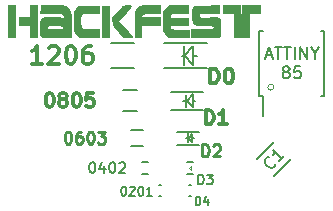
<source format=gto>
G04 #@! TF.FileFunction,Legend,Top*
%FSLAX46Y46*%
G04 Gerber Fmt 4.6, Leading zero omitted, Abs format (unit mm)*
G04 Created by KiCad (PCBNEW 4.0.7) date 08/30/18 22:11:47*
%MOMM*%
%LPD*%
G01*
G04 APERTURE LIST*
%ADD10C,0.100000*%
%ADD11C,0.150000*%
%ADD12C,0.200000*%
%ADD13C,0.250000*%
%ADD14C,0.300000*%
%ADD15C,0.010000*%
%ADD16C,0.175000*%
%ADD17C,0.312500*%
G04 APERTURE END LIST*
D10*
D11*
X202646643Y-103151214D02*
X202719215Y-103151214D01*
X202791786Y-103187500D01*
X202828072Y-103223786D01*
X202864358Y-103296357D01*
X202900643Y-103441500D01*
X202900643Y-103622929D01*
X202864358Y-103768071D01*
X202828072Y-103840643D01*
X202791786Y-103876929D01*
X202719215Y-103913214D01*
X202646643Y-103913214D01*
X202574072Y-103876929D01*
X202537786Y-103840643D01*
X202501501Y-103768071D01*
X202465215Y-103622929D01*
X202465215Y-103441500D01*
X202501501Y-103296357D01*
X202537786Y-103223786D01*
X202574072Y-103187500D01*
X202646643Y-103151214D01*
X203190929Y-103223786D02*
X203227215Y-103187500D01*
X203299786Y-103151214D01*
X203481215Y-103151214D01*
X203553786Y-103187500D01*
X203590072Y-103223786D01*
X203626357Y-103296357D01*
X203626357Y-103368929D01*
X203590072Y-103477786D01*
X203154643Y-103913214D01*
X203626357Y-103913214D01*
X204098071Y-103151214D02*
X204170643Y-103151214D01*
X204243214Y-103187500D01*
X204279500Y-103223786D01*
X204315786Y-103296357D01*
X204352071Y-103441500D01*
X204352071Y-103622929D01*
X204315786Y-103768071D01*
X204279500Y-103840643D01*
X204243214Y-103876929D01*
X204170643Y-103913214D01*
X204098071Y-103913214D01*
X204025500Y-103876929D01*
X203989214Y-103840643D01*
X203952929Y-103768071D01*
X203916643Y-103622929D01*
X203916643Y-103441500D01*
X203952929Y-103296357D01*
X203989214Y-103223786D01*
X204025500Y-103187500D01*
X204098071Y-103151214D01*
X205077785Y-103913214D02*
X204642357Y-103913214D01*
X204860071Y-103913214D02*
X204860071Y-103151214D01*
X204787500Y-103260071D01*
X204714928Y-103332643D01*
X204642357Y-103368929D01*
D12*
X199982666Y-101113167D02*
X200067333Y-101113167D01*
X200151999Y-101155500D01*
X200194333Y-101197833D01*
X200236666Y-101282500D01*
X200278999Y-101451833D01*
X200278999Y-101663500D01*
X200236666Y-101832833D01*
X200194333Y-101917500D01*
X200151999Y-101959833D01*
X200067333Y-102002167D01*
X199982666Y-102002167D01*
X199897999Y-101959833D01*
X199855666Y-101917500D01*
X199813333Y-101832833D01*
X199770999Y-101663500D01*
X199770999Y-101451833D01*
X199813333Y-101282500D01*
X199855666Y-101197833D01*
X199897999Y-101155500D01*
X199982666Y-101113167D01*
X201041000Y-101409500D02*
X201041000Y-102002167D01*
X200829333Y-101070833D02*
X200617666Y-101705833D01*
X201168000Y-101705833D01*
X201676000Y-101113167D02*
X201760667Y-101113167D01*
X201845333Y-101155500D01*
X201887667Y-101197833D01*
X201930000Y-101282500D01*
X201972333Y-101451833D01*
X201972333Y-101663500D01*
X201930000Y-101832833D01*
X201887667Y-101917500D01*
X201845333Y-101959833D01*
X201760667Y-102002167D01*
X201676000Y-102002167D01*
X201591333Y-101959833D01*
X201549000Y-101917500D01*
X201506667Y-101832833D01*
X201464333Y-101663500D01*
X201464333Y-101451833D01*
X201506667Y-101282500D01*
X201549000Y-101197833D01*
X201591333Y-101155500D01*
X201676000Y-101113167D01*
X202311000Y-101197833D02*
X202353334Y-101155500D01*
X202438000Y-101113167D01*
X202649667Y-101113167D01*
X202734334Y-101155500D01*
X202776667Y-101197833D01*
X202819000Y-101282500D01*
X202819000Y-101367167D01*
X202776667Y-101494167D01*
X202268667Y-102002167D01*
X202819000Y-102002167D01*
D13*
X197913809Y-98512381D02*
X198009048Y-98512381D01*
X198104286Y-98560000D01*
X198151905Y-98607619D01*
X198199524Y-98702857D01*
X198247143Y-98893333D01*
X198247143Y-99131429D01*
X198199524Y-99321905D01*
X198151905Y-99417143D01*
X198104286Y-99464762D01*
X198009048Y-99512381D01*
X197913809Y-99512381D01*
X197818571Y-99464762D01*
X197770952Y-99417143D01*
X197723333Y-99321905D01*
X197675714Y-99131429D01*
X197675714Y-98893333D01*
X197723333Y-98702857D01*
X197770952Y-98607619D01*
X197818571Y-98560000D01*
X197913809Y-98512381D01*
X199104286Y-98512381D02*
X198913809Y-98512381D01*
X198818571Y-98560000D01*
X198770952Y-98607619D01*
X198675714Y-98750476D01*
X198628095Y-98940952D01*
X198628095Y-99321905D01*
X198675714Y-99417143D01*
X198723333Y-99464762D01*
X198818571Y-99512381D01*
X199009048Y-99512381D01*
X199104286Y-99464762D01*
X199151905Y-99417143D01*
X199199524Y-99321905D01*
X199199524Y-99083810D01*
X199151905Y-98988571D01*
X199104286Y-98940952D01*
X199009048Y-98893333D01*
X198818571Y-98893333D01*
X198723333Y-98940952D01*
X198675714Y-98988571D01*
X198628095Y-99083810D01*
X199818571Y-98512381D02*
X199913810Y-98512381D01*
X200009048Y-98560000D01*
X200056667Y-98607619D01*
X200104286Y-98702857D01*
X200151905Y-98893333D01*
X200151905Y-99131429D01*
X200104286Y-99321905D01*
X200056667Y-99417143D01*
X200009048Y-99464762D01*
X199913810Y-99512381D01*
X199818571Y-99512381D01*
X199723333Y-99464762D01*
X199675714Y-99417143D01*
X199628095Y-99321905D01*
X199580476Y-99131429D01*
X199580476Y-98893333D01*
X199628095Y-98702857D01*
X199675714Y-98607619D01*
X199723333Y-98560000D01*
X199818571Y-98512381D01*
X200485238Y-98512381D02*
X201104286Y-98512381D01*
X200770952Y-98893333D01*
X200913810Y-98893333D01*
X201009048Y-98940952D01*
X201056667Y-98988571D01*
X201104286Y-99083810D01*
X201104286Y-99321905D01*
X201056667Y-99417143D01*
X201009048Y-99464762D01*
X200913810Y-99512381D01*
X200628095Y-99512381D01*
X200532857Y-99464762D01*
X200485238Y-99417143D01*
D14*
X196348572Y-95227857D02*
X196462857Y-95227857D01*
X196577143Y-95285000D01*
X196634286Y-95342143D01*
X196691429Y-95456429D01*
X196748572Y-95685000D01*
X196748572Y-95970714D01*
X196691429Y-96199286D01*
X196634286Y-96313571D01*
X196577143Y-96370714D01*
X196462857Y-96427857D01*
X196348572Y-96427857D01*
X196234286Y-96370714D01*
X196177143Y-96313571D01*
X196120000Y-96199286D01*
X196062857Y-95970714D01*
X196062857Y-95685000D01*
X196120000Y-95456429D01*
X196177143Y-95342143D01*
X196234286Y-95285000D01*
X196348572Y-95227857D01*
X197434286Y-95742143D02*
X197320000Y-95685000D01*
X197262857Y-95627857D01*
X197205714Y-95513571D01*
X197205714Y-95456429D01*
X197262857Y-95342143D01*
X197320000Y-95285000D01*
X197434286Y-95227857D01*
X197662857Y-95227857D01*
X197777143Y-95285000D01*
X197834286Y-95342143D01*
X197891429Y-95456429D01*
X197891429Y-95513571D01*
X197834286Y-95627857D01*
X197777143Y-95685000D01*
X197662857Y-95742143D01*
X197434286Y-95742143D01*
X197320000Y-95799286D01*
X197262857Y-95856429D01*
X197205714Y-95970714D01*
X197205714Y-96199286D01*
X197262857Y-96313571D01*
X197320000Y-96370714D01*
X197434286Y-96427857D01*
X197662857Y-96427857D01*
X197777143Y-96370714D01*
X197834286Y-96313571D01*
X197891429Y-96199286D01*
X197891429Y-95970714D01*
X197834286Y-95856429D01*
X197777143Y-95799286D01*
X197662857Y-95742143D01*
X198634286Y-95227857D02*
X198748571Y-95227857D01*
X198862857Y-95285000D01*
X198920000Y-95342143D01*
X198977143Y-95456429D01*
X199034286Y-95685000D01*
X199034286Y-95970714D01*
X198977143Y-96199286D01*
X198920000Y-96313571D01*
X198862857Y-96370714D01*
X198748571Y-96427857D01*
X198634286Y-96427857D01*
X198520000Y-96370714D01*
X198462857Y-96313571D01*
X198405714Y-96199286D01*
X198348571Y-95970714D01*
X198348571Y-95685000D01*
X198405714Y-95456429D01*
X198462857Y-95342143D01*
X198520000Y-95285000D01*
X198634286Y-95227857D01*
X200120000Y-95227857D02*
X199548571Y-95227857D01*
X199491428Y-95799286D01*
X199548571Y-95742143D01*
X199662857Y-95685000D01*
X199948571Y-95685000D01*
X200062857Y-95742143D01*
X200120000Y-95799286D01*
X200177143Y-95913571D01*
X200177143Y-96199286D01*
X200120000Y-96313571D01*
X200062857Y-96370714D01*
X199948571Y-96427857D01*
X199662857Y-96427857D01*
X199548571Y-96370714D01*
X199491428Y-96313571D01*
X195770715Y-92753571D02*
X194913572Y-92753571D01*
X195342144Y-92753571D02*
X195342144Y-91253571D01*
X195199287Y-91467857D01*
X195056429Y-91610714D01*
X194913572Y-91682143D01*
X196342143Y-91396429D02*
X196413572Y-91325000D01*
X196556429Y-91253571D01*
X196913572Y-91253571D01*
X197056429Y-91325000D01*
X197127858Y-91396429D01*
X197199286Y-91539286D01*
X197199286Y-91682143D01*
X197127858Y-91896429D01*
X196270715Y-92753571D01*
X197199286Y-92753571D01*
X198127857Y-91253571D02*
X198270714Y-91253571D01*
X198413571Y-91325000D01*
X198485000Y-91396429D01*
X198556429Y-91539286D01*
X198627857Y-91825000D01*
X198627857Y-92182143D01*
X198556429Y-92467857D01*
X198485000Y-92610714D01*
X198413571Y-92682143D01*
X198270714Y-92753571D01*
X198127857Y-92753571D01*
X197985000Y-92682143D01*
X197913571Y-92610714D01*
X197842143Y-92467857D01*
X197770714Y-92182143D01*
X197770714Y-91825000D01*
X197842143Y-91539286D01*
X197913571Y-91396429D01*
X197985000Y-91325000D01*
X198127857Y-91253571D01*
X199913571Y-91253571D02*
X199627857Y-91253571D01*
X199485000Y-91325000D01*
X199413571Y-91396429D01*
X199270714Y-91610714D01*
X199199285Y-91896429D01*
X199199285Y-92467857D01*
X199270714Y-92610714D01*
X199342142Y-92682143D01*
X199485000Y-92753571D01*
X199770714Y-92753571D01*
X199913571Y-92682143D01*
X199985000Y-92610714D01*
X200056428Y-92467857D01*
X200056428Y-92110714D01*
X199985000Y-91967857D01*
X199913571Y-91896429D01*
X199770714Y-91825000D01*
X199485000Y-91825000D01*
X199342142Y-91896429D01*
X199270714Y-91967857D01*
X199199285Y-92110714D01*
D11*
X214725524Y-92051667D02*
X215201715Y-92051667D01*
X214630286Y-92337381D02*
X214963619Y-91337381D01*
X215296953Y-92337381D01*
X215487429Y-91337381D02*
X216058858Y-91337381D01*
X215773143Y-92337381D02*
X215773143Y-91337381D01*
X216249334Y-91337381D02*
X216820763Y-91337381D01*
X216535048Y-92337381D02*
X216535048Y-91337381D01*
X217154096Y-92337381D02*
X217154096Y-91337381D01*
X217630286Y-92337381D02*
X217630286Y-91337381D01*
X218201715Y-92337381D01*
X218201715Y-91337381D01*
X218868381Y-91861190D02*
X218868381Y-92337381D01*
X218535048Y-91337381D02*
X218868381Y-91861190D01*
X219201715Y-91337381D01*
X216344571Y-93415952D02*
X216249333Y-93368333D01*
X216201714Y-93320714D01*
X216154095Y-93225476D01*
X216154095Y-93177857D01*
X216201714Y-93082619D01*
X216249333Y-93035000D01*
X216344571Y-92987381D01*
X216535048Y-92987381D01*
X216630286Y-93035000D01*
X216677905Y-93082619D01*
X216725524Y-93177857D01*
X216725524Y-93225476D01*
X216677905Y-93320714D01*
X216630286Y-93368333D01*
X216535048Y-93415952D01*
X216344571Y-93415952D01*
X216249333Y-93463571D01*
X216201714Y-93511190D01*
X216154095Y-93606429D01*
X216154095Y-93796905D01*
X216201714Y-93892143D01*
X216249333Y-93939762D01*
X216344571Y-93987381D01*
X216535048Y-93987381D01*
X216630286Y-93939762D01*
X216677905Y-93892143D01*
X216725524Y-93796905D01*
X216725524Y-93606429D01*
X216677905Y-93511190D01*
X216630286Y-93463571D01*
X216535048Y-93415952D01*
X217630286Y-92987381D02*
X217154095Y-92987381D01*
X217106476Y-93463571D01*
X217154095Y-93415952D01*
X217249333Y-93368333D01*
X217487429Y-93368333D01*
X217582667Y-93415952D01*
X217630286Y-93463571D01*
X217677905Y-93558810D01*
X217677905Y-93796905D01*
X217630286Y-93892143D01*
X217582667Y-93939762D01*
X217487429Y-93987381D01*
X217249333Y-93987381D01*
X217154095Y-93939762D01*
X217106476Y-93892143D01*
X208395000Y-103065000D02*
X208165000Y-103065000D01*
X208165000Y-103945000D02*
X208395000Y-103945000D01*
D10*
X208380000Y-101750000D02*
X208380000Y-101450000D01*
X208180000Y-101600000D02*
X208380000Y-101750000D01*
X208180000Y-101600000D02*
X208380000Y-101450000D01*
D11*
X208530000Y-101075000D02*
X208030000Y-101075000D01*
X208030000Y-102125000D02*
X208530000Y-102125000D01*
X215409678Y-102269891D02*
X216823891Y-100855678D01*
X215374322Y-99406109D02*
X213960109Y-100820322D01*
X207780000Y-92775000D02*
X207780000Y-92875000D01*
X207780000Y-91375000D02*
X207780000Y-91275000D01*
X208580000Y-92075000D02*
X208880000Y-92075000D01*
X208580000Y-92875000D02*
X208580000Y-91375000D01*
X208580000Y-91375000D02*
X208580000Y-91275000D01*
X208480000Y-92775000D02*
X208580000Y-92875000D01*
X208480000Y-91375000D02*
X208580000Y-91275000D01*
X207580000Y-92075000D02*
X207780000Y-92075000D01*
X207780000Y-92575000D02*
X207780000Y-92775000D01*
X207780000Y-91575000D02*
X207780000Y-91375000D01*
X207880000Y-92075000D02*
X208480000Y-92775000D01*
X208480000Y-91375000D02*
X207880000Y-91975000D01*
X206130000Y-93125000D02*
X209730000Y-93125000D01*
X206130000Y-91025000D02*
X209730000Y-91025000D01*
X207780000Y-91575000D02*
X207780000Y-92575000D01*
X208580000Y-95885000D02*
X208730000Y-95885000D01*
X207730000Y-95885000D02*
X208080000Y-95885000D01*
X208030000Y-95885000D02*
X208580000Y-95335000D01*
X208580000Y-95335000D02*
X208580000Y-96435000D01*
X208580000Y-96435000D02*
X208030000Y-95885000D01*
X207930000Y-95535000D02*
X207930000Y-95385000D01*
X207930000Y-96235000D02*
X207930000Y-96385000D01*
X206680000Y-96635000D02*
X209380000Y-96635000D01*
X206680000Y-95135000D02*
X209380000Y-95135000D01*
X207930000Y-95535000D02*
X207930000Y-96235000D01*
X208480000Y-99060000D02*
X208630000Y-99060000D01*
X207930000Y-99060000D02*
X208130000Y-99060000D01*
X208180000Y-99060000D02*
X208480000Y-98710000D01*
X208480000Y-98710000D02*
X208480000Y-99410000D01*
X208480000Y-99410000D02*
X208080000Y-99060000D01*
X208080000Y-99060000D02*
X208130000Y-99060000D01*
X208080000Y-98660000D02*
X208080000Y-99410000D01*
X207180000Y-99610000D02*
X209080000Y-99610000D01*
X207180000Y-98510000D02*
X209080000Y-98510000D01*
D10*
X215392000Y-94742000D02*
G75*
G03X215392000Y-94742000I-254000J0D01*
G01*
D11*
X214161000Y-95460000D02*
X214461000Y-95460000D01*
X214161000Y-89960000D02*
X214461000Y-89960000D01*
X219671000Y-89960000D02*
X219371000Y-89960000D01*
X219671000Y-95460000D02*
X219371000Y-95460000D01*
X214161000Y-95460000D02*
X214161000Y-89960000D01*
X219671000Y-95460000D02*
X219671000Y-89960000D01*
X214461000Y-95460000D02*
X214461000Y-97210000D01*
X201565000Y-91000000D02*
X203565000Y-91000000D01*
X203565000Y-93150000D02*
X201565000Y-93150000D01*
X202600000Y-95010000D02*
X203800000Y-95010000D01*
X203800000Y-96760000D02*
X202600000Y-96760000D01*
X203335000Y-98385000D02*
X204335000Y-98385000D01*
X204335000Y-99735000D02*
X203335000Y-99735000D01*
X204220000Y-102125000D02*
X204720000Y-102125000D01*
X204720000Y-101075000D02*
X204220000Y-101075000D01*
X205625000Y-103945000D02*
X205855000Y-103945000D01*
X205855000Y-103065000D02*
X205625000Y-103065000D01*
D15*
G36*
X193443831Y-89164583D02*
X193451721Y-90508667D01*
X192882278Y-90508667D01*
X192890168Y-89164583D01*
X192898058Y-87820500D01*
X193435941Y-87820500D01*
X193443831Y-89164583D01*
X193443831Y-89164583D01*
G37*
X193443831Y-89164583D02*
X193451721Y-90508667D01*
X192882278Y-90508667D01*
X192890168Y-89164583D01*
X192898058Y-87820500D01*
X193435941Y-87820500D01*
X193443831Y-89164583D01*
G36*
X195326419Y-89164583D02*
X195334310Y-90508667D01*
X194765706Y-90508667D01*
X194765706Y-89492667D01*
X193779588Y-89492667D01*
X193779588Y-88815333D01*
X194763809Y-88815333D01*
X194772228Y-88317917D01*
X194780647Y-87820500D01*
X195318529Y-87820500D01*
X195326419Y-89164583D01*
X195326419Y-89164583D01*
G37*
X195326419Y-89164583D02*
X195334310Y-90508667D01*
X194765706Y-90508667D01*
X194765706Y-89492667D01*
X193779588Y-89492667D01*
X193779588Y-88815333D01*
X194763809Y-88815333D01*
X194772228Y-88317917D01*
X194780647Y-87820500D01*
X195318529Y-87820500D01*
X195326419Y-89164583D01*
G36*
X197278030Y-87803481D02*
X197437939Y-87809445D01*
X197563522Y-87820882D01*
X197661136Y-87838863D01*
X197737140Y-87864459D01*
X197797893Y-87898742D01*
X197849752Y-87942785D01*
X197899075Y-87997658D01*
X197937090Y-88045116D01*
X198015424Y-88148321D01*
X198076505Y-88242720D01*
X198122482Y-88340511D01*
X198155507Y-88453895D01*
X198177728Y-88595072D01*
X198191295Y-88776241D01*
X198198360Y-89009602D01*
X198201071Y-89307354D01*
X198201520Y-89545583D01*
X198202176Y-90508667D01*
X197918294Y-90508667D01*
X197786491Y-90507482D01*
X197703323Y-90501636D01*
X197657670Y-90487691D01*
X197638407Y-90462209D01*
X197634412Y-90421753D01*
X197634411Y-90420927D01*
X197634411Y-90333188D01*
X197555676Y-90420927D01*
X197530264Y-90446523D01*
X197500598Y-90466594D01*
X197459587Y-90481809D01*
X197400136Y-90492839D01*
X197315153Y-90500353D01*
X197197545Y-90505023D01*
X197040220Y-90507518D01*
X196836084Y-90508508D01*
X196627024Y-90508667D01*
X195777108Y-90508667D01*
X195689760Y-90384923D01*
X195602411Y-90261179D01*
X195602852Y-89718173D01*
X195603242Y-89677724D01*
X196170176Y-89677724D01*
X196175298Y-89727513D01*
X196195383Y-89765337D01*
X196237506Y-89792802D01*
X196308743Y-89811516D01*
X196416172Y-89823086D01*
X196566868Y-89829120D01*
X196767908Y-89831226D01*
X196846371Y-89831333D01*
X197055980Y-89830490D01*
X197213849Y-89827402D01*
X197327996Y-89821227D01*
X197406440Y-89811126D01*
X197457196Y-89796258D01*
X197488282Y-89775784D01*
X197499140Y-89762919D01*
X197532975Y-89690125D01*
X197536268Y-89646503D01*
X197514260Y-89595689D01*
X197470325Y-89557000D01*
X197397566Y-89528958D01*
X197289088Y-89510082D01*
X197137994Y-89498893D01*
X196937388Y-89493911D01*
X196822252Y-89493291D01*
X196620491Y-89494084D01*
X196470227Y-89497580D01*
X196363206Y-89504676D01*
X196291175Y-89516272D01*
X196245878Y-89533266D01*
X196219062Y-89556558D01*
X196217134Y-89559190D01*
X196179147Y-89634532D01*
X196170176Y-89677724D01*
X195603242Y-89677724D01*
X195605423Y-89452190D01*
X195614700Y-89256420D01*
X195633773Y-89116562D01*
X195665730Y-89018320D01*
X195713661Y-88947392D01*
X195780656Y-88889480D01*
X195782121Y-88888421D01*
X195819231Y-88865484D01*
X195863996Y-88847959D01*
X195924074Y-88835297D01*
X196007122Y-88826950D01*
X196120796Y-88822369D01*
X196272753Y-88821005D01*
X196470651Y-88822309D01*
X196668272Y-88824921D01*
X196904967Y-88828668D01*
X197089468Y-88832675D01*
X197229343Y-88837878D01*
X197332159Y-88845214D01*
X197405486Y-88855618D01*
X197456891Y-88870027D01*
X197493943Y-88889375D01*
X197524210Y-88914600D01*
X197542331Y-88933017D01*
X197634411Y-89029535D01*
X197634411Y-88866313D01*
X197617962Y-88719093D01*
X197560697Y-88604982D01*
X197557341Y-88600462D01*
X197480270Y-88497833D01*
X195629824Y-88473187D01*
X195638529Y-88146843D01*
X195647235Y-87820500D01*
X196528764Y-87807698D01*
X196829801Y-87803679D01*
X197077437Y-87801916D01*
X197278030Y-87803481D01*
X197278030Y-87803481D01*
G37*
X197278030Y-87803481D02*
X197437939Y-87809445D01*
X197563522Y-87820882D01*
X197661136Y-87838863D01*
X197737140Y-87864459D01*
X197797893Y-87898742D01*
X197849752Y-87942785D01*
X197899075Y-87997658D01*
X197937090Y-88045116D01*
X198015424Y-88148321D01*
X198076505Y-88242720D01*
X198122482Y-88340511D01*
X198155507Y-88453895D01*
X198177728Y-88595072D01*
X198191295Y-88776241D01*
X198198360Y-89009602D01*
X198201071Y-89307354D01*
X198201520Y-89545583D01*
X198202176Y-90508667D01*
X197918294Y-90508667D01*
X197786491Y-90507482D01*
X197703323Y-90501636D01*
X197657670Y-90487691D01*
X197638407Y-90462209D01*
X197634412Y-90421753D01*
X197634411Y-90420927D01*
X197634411Y-90333188D01*
X197555676Y-90420927D01*
X197530264Y-90446523D01*
X197500598Y-90466594D01*
X197459587Y-90481809D01*
X197400136Y-90492839D01*
X197315153Y-90500353D01*
X197197545Y-90505023D01*
X197040220Y-90507518D01*
X196836084Y-90508508D01*
X196627024Y-90508667D01*
X195777108Y-90508667D01*
X195689760Y-90384923D01*
X195602411Y-90261179D01*
X195602852Y-89718173D01*
X195603242Y-89677724D01*
X196170176Y-89677724D01*
X196175298Y-89727513D01*
X196195383Y-89765337D01*
X196237506Y-89792802D01*
X196308743Y-89811516D01*
X196416172Y-89823086D01*
X196566868Y-89829120D01*
X196767908Y-89831226D01*
X196846371Y-89831333D01*
X197055980Y-89830490D01*
X197213849Y-89827402D01*
X197327996Y-89821227D01*
X197406440Y-89811126D01*
X197457196Y-89796258D01*
X197488282Y-89775784D01*
X197499140Y-89762919D01*
X197532975Y-89690125D01*
X197536268Y-89646503D01*
X197514260Y-89595689D01*
X197470325Y-89557000D01*
X197397566Y-89528958D01*
X197289088Y-89510082D01*
X197137994Y-89498893D01*
X196937388Y-89493911D01*
X196822252Y-89493291D01*
X196620491Y-89494084D01*
X196470227Y-89497580D01*
X196363206Y-89504676D01*
X196291175Y-89516272D01*
X196245878Y-89533266D01*
X196219062Y-89556558D01*
X196217134Y-89559190D01*
X196179147Y-89634532D01*
X196170176Y-89677724D01*
X195603242Y-89677724D01*
X195605423Y-89452190D01*
X195614700Y-89256420D01*
X195633773Y-89116562D01*
X195665730Y-89018320D01*
X195713661Y-88947392D01*
X195780656Y-88889480D01*
X195782121Y-88888421D01*
X195819231Y-88865484D01*
X195863996Y-88847959D01*
X195924074Y-88835297D01*
X196007122Y-88826950D01*
X196120796Y-88822369D01*
X196272753Y-88821005D01*
X196470651Y-88822309D01*
X196668272Y-88824921D01*
X196904967Y-88828668D01*
X197089468Y-88832675D01*
X197229343Y-88837878D01*
X197332159Y-88845214D01*
X197405486Y-88855618D01*
X197456891Y-88870027D01*
X197493943Y-88889375D01*
X197524210Y-88914600D01*
X197542331Y-88933017D01*
X197634411Y-89029535D01*
X197634411Y-88866313D01*
X197617962Y-88719093D01*
X197560697Y-88604982D01*
X197557341Y-88600462D01*
X197480270Y-88497833D01*
X195629824Y-88473187D01*
X195638529Y-88146843D01*
X195647235Y-87820500D01*
X196528764Y-87807698D01*
X196829801Y-87803679D01*
X197077437Y-87801916D01*
X197278030Y-87803481D01*
G36*
X200586629Y-88146768D02*
X200577823Y-88455500D01*
X199885676Y-88466854D01*
X199193529Y-88478209D01*
X199098592Y-88631390D01*
X199003654Y-88784570D01*
X199013798Y-89205849D01*
X199019417Y-89399872D01*
X199027390Y-89528787D01*
X199041227Y-89612139D01*
X199064437Y-89669471D01*
X199100529Y-89720328D01*
X199107784Y-89729231D01*
X199135676Y-89761581D01*
X199164674Y-89786256D01*
X199202765Y-89804294D01*
X199257933Y-89816736D01*
X199338164Y-89824620D01*
X199451444Y-89828987D01*
X199605758Y-89830875D01*
X199809092Y-89831324D01*
X199892195Y-89831333D01*
X200592764Y-89831333D01*
X200592764Y-90508667D01*
X199793411Y-90505028D01*
X199576989Y-90502877D01*
X199377141Y-90498681D01*
X199202601Y-90492801D01*
X199062099Y-90485593D01*
X198964366Y-90477418D01*
X198919159Y-90469113D01*
X198745470Y-90361154D01*
X198613432Y-90200744D01*
X198559061Y-90095877D01*
X198471117Y-89899424D01*
X198471117Y-89151972D01*
X198472147Y-88856219D01*
X198477317Y-88630606D01*
X198489752Y-88460620D01*
X198512575Y-88331748D01*
X198548909Y-88229475D01*
X198601877Y-88139288D01*
X198674604Y-88046673D01*
X198720366Y-87993763D01*
X198835144Y-87862833D01*
X200595434Y-87838037D01*
X200586629Y-88146768D01*
X200586629Y-88146768D01*
G37*
X200586629Y-88146768D02*
X200577823Y-88455500D01*
X199885676Y-88466854D01*
X199193529Y-88478209D01*
X199098592Y-88631390D01*
X199003654Y-88784570D01*
X199013798Y-89205849D01*
X199019417Y-89399872D01*
X199027390Y-89528787D01*
X199041227Y-89612139D01*
X199064437Y-89669471D01*
X199100529Y-89720328D01*
X199107784Y-89729231D01*
X199135676Y-89761581D01*
X199164674Y-89786256D01*
X199202765Y-89804294D01*
X199257933Y-89816736D01*
X199338164Y-89824620D01*
X199451444Y-89828987D01*
X199605758Y-89830875D01*
X199809092Y-89831324D01*
X199892195Y-89831333D01*
X200592764Y-89831333D01*
X200592764Y-90508667D01*
X199793411Y-90505028D01*
X199576989Y-90502877D01*
X199377141Y-90498681D01*
X199202601Y-90492801D01*
X199062099Y-90485593D01*
X198964366Y-90477418D01*
X198919159Y-90469113D01*
X198745470Y-90361154D01*
X198613432Y-90200744D01*
X198559061Y-90095877D01*
X198471117Y-89899424D01*
X198471117Y-89151972D01*
X198472147Y-88856219D01*
X198477317Y-88630606D01*
X198489752Y-88460620D01*
X198512575Y-88331748D01*
X198548909Y-88229475D01*
X198601877Y-88139288D01*
X198674604Y-88046673D01*
X198720366Y-87993763D01*
X198835144Y-87862833D01*
X200595434Y-87838037D01*
X200586629Y-88146768D01*
G36*
X201399588Y-90508667D02*
X200861706Y-90508667D01*
X200861706Y-87841667D01*
X201399588Y-87841667D01*
X201399588Y-90508667D01*
X201399588Y-90508667D01*
G37*
X201399588Y-90508667D02*
X200861706Y-90508667D01*
X200861706Y-87841667D01*
X201399588Y-87841667D01*
X201399588Y-90508667D01*
G36*
X203210771Y-87811295D02*
X203270161Y-87825739D01*
X203282176Y-87839439D01*
X203260168Y-87876877D01*
X203198453Y-87959944D01*
X203103497Y-88080513D01*
X202981766Y-88230453D01*
X202839725Y-88401637D01*
X202754618Y-88502690D01*
X202227060Y-89125835D01*
X202316770Y-89235168D01*
X202370750Y-89298768D01*
X202461283Y-89403069D01*
X202578040Y-89536268D01*
X202710691Y-89686559D01*
X202792034Y-89778252D01*
X202932337Y-89936850D01*
X203065766Y-90089044D01*
X203181023Y-90221850D01*
X203266810Y-90322283D01*
X203297117Y-90358746D01*
X203416647Y-90505488D01*
X203012675Y-90507077D01*
X202608704Y-90508667D01*
X202395788Y-90244083D01*
X202266839Y-90087140D01*
X202118844Y-89911956D01*
X201980102Y-89751953D01*
X201956654Y-89725500D01*
X201730436Y-89471500D01*
X201728294Y-88832206D01*
X202145527Y-88347519D01*
X202296590Y-88173187D01*
X202410812Y-88045558D01*
X202497040Y-87956754D01*
X202564120Y-87898897D01*
X202620900Y-87864108D01*
X202676225Y-87844509D01*
X202720762Y-87835270D01*
X202855287Y-87816821D01*
X202990412Y-87806740D01*
X203113214Y-87804930D01*
X203210771Y-87811295D01*
X203210771Y-87811295D01*
G37*
X203210771Y-87811295D02*
X203270161Y-87825739D01*
X203282176Y-87839439D01*
X203260168Y-87876877D01*
X203198453Y-87959944D01*
X203103497Y-88080513D01*
X202981766Y-88230453D01*
X202839725Y-88401637D01*
X202754618Y-88502690D01*
X202227060Y-89125835D01*
X202316770Y-89235168D01*
X202370750Y-89298768D01*
X202461283Y-89403069D01*
X202578040Y-89536268D01*
X202710691Y-89686559D01*
X202792034Y-89778252D01*
X202932337Y-89936850D01*
X203065766Y-90089044D01*
X203181023Y-90221850D01*
X203266810Y-90322283D01*
X203297117Y-90358746D01*
X203416647Y-90505488D01*
X203012675Y-90507077D01*
X202608704Y-90508667D01*
X202395788Y-90244083D01*
X202266839Y-90087140D01*
X202118844Y-89911956D01*
X201980102Y-89751953D01*
X201956654Y-89725500D01*
X201730436Y-89471500D01*
X201728294Y-88832206D01*
X202145527Y-88347519D01*
X202296590Y-88173187D01*
X202410812Y-88045558D01*
X202497040Y-87956754D01*
X202564120Y-87898897D01*
X202620900Y-87864108D01*
X202676225Y-87844509D01*
X202720762Y-87835270D01*
X202855287Y-87816821D01*
X202990412Y-87806740D01*
X203113214Y-87804930D01*
X203210771Y-87811295D01*
G36*
X204899450Y-87807759D02*
X205000411Y-87809133D01*
X205747470Y-87820500D01*
X205756198Y-88148583D01*
X205764925Y-88476667D01*
X205038200Y-88476667D01*
X204788411Y-88477726D01*
X204592026Y-88482058D01*
X204442694Y-88491397D01*
X204334065Y-88507475D01*
X204259788Y-88532025D01*
X204213511Y-88566779D01*
X204188885Y-88613470D01*
X204179558Y-88673831D01*
X204178647Y-88711186D01*
X204178647Y-88813904D01*
X204948117Y-88825202D01*
X205717588Y-88836500D01*
X205726315Y-89164583D01*
X205735043Y-89492667D01*
X204178647Y-89492667D01*
X204178647Y-90508667D01*
X203610882Y-90508667D01*
X203611538Y-89503250D01*
X203612669Y-89145564D01*
X203616678Y-88861292D01*
X203625273Y-88639199D01*
X203640159Y-88468048D01*
X203663043Y-88336603D01*
X203695631Y-88233628D01*
X203739631Y-88147887D01*
X203796747Y-88068144D01*
X203836805Y-88019924D01*
X203897722Y-87956427D01*
X203964527Y-87906150D01*
X204044550Y-87867766D01*
X204145120Y-87839946D01*
X204273565Y-87821363D01*
X204437216Y-87810689D01*
X204643401Y-87806597D01*
X204899450Y-87807759D01*
X204899450Y-87807759D01*
G37*
X204899450Y-87807759D02*
X205000411Y-87809133D01*
X205747470Y-87820500D01*
X205756198Y-88148583D01*
X205764925Y-88476667D01*
X205038200Y-88476667D01*
X204788411Y-88477726D01*
X204592026Y-88482058D01*
X204442694Y-88491397D01*
X204334065Y-88507475D01*
X204259788Y-88532025D01*
X204213511Y-88566779D01*
X204188885Y-88613470D01*
X204179558Y-88673831D01*
X204178647Y-88711186D01*
X204178647Y-88813904D01*
X204948117Y-88825202D01*
X205717588Y-88836500D01*
X205726315Y-89164583D01*
X205735043Y-89492667D01*
X204178647Y-89492667D01*
X204178647Y-90508667D01*
X203610882Y-90508667D01*
X203611538Y-89503250D01*
X203612669Y-89145564D01*
X203616678Y-88861292D01*
X203625273Y-88639199D01*
X203640159Y-88468048D01*
X203663043Y-88336603D01*
X203695631Y-88233628D01*
X203739631Y-88147887D01*
X203796747Y-88068144D01*
X203836805Y-88019924D01*
X203897722Y-87956427D01*
X203964527Y-87906150D01*
X204044550Y-87867766D01*
X204145120Y-87839946D01*
X204273565Y-87821363D01*
X204437216Y-87810689D01*
X204643401Y-87806597D01*
X204899450Y-87807759D01*
G36*
X208123117Y-88423750D02*
X208029735Y-88450208D01*
X207972328Y-88458152D01*
X207865632Y-88465141D01*
X207720119Y-88470796D01*
X207546262Y-88474735D01*
X207354536Y-88476578D01*
X207302249Y-88476667D01*
X207090119Y-88477228D01*
X206929714Y-88479519D01*
X206812993Y-88484451D01*
X206731919Y-88492933D01*
X206678454Y-88505877D01*
X206644558Y-88524192D01*
X206622194Y-88548789D01*
X206618690Y-88554083D01*
X206580291Y-88656217D01*
X206569235Y-88744583D01*
X206569235Y-88857667D01*
X208123117Y-88857667D01*
X208123117Y-89437655D01*
X207849585Y-89465161D01*
X207721819Y-89474789D01*
X207552536Y-89482947D01*
X207359981Y-89488987D01*
X207162399Y-89492264D01*
X207072644Y-89492667D01*
X206888690Y-89492944D01*
X206756102Y-89494839D01*
X206666480Y-89499940D01*
X206611425Y-89509839D01*
X206582539Y-89526127D01*
X206571423Y-89550393D01*
X206569676Y-89584229D01*
X206569692Y-89587917D01*
X206573998Y-89669532D01*
X206590198Y-89734036D01*
X206624526Y-89783418D01*
X206683219Y-89819668D01*
X206772510Y-89844776D01*
X206898634Y-89860731D01*
X207067826Y-89869524D01*
X207286320Y-89873144D01*
X207465050Y-89873667D01*
X208185500Y-89873667D01*
X208176721Y-90180583D01*
X208167941Y-90487500D01*
X207329326Y-90498729D01*
X207083268Y-90501823D01*
X206889432Y-90503308D01*
X206740277Y-90502524D01*
X206628265Y-90498808D01*
X206545857Y-90491501D01*
X206485513Y-90479942D01*
X206439693Y-90463468D01*
X206400858Y-90441420D01*
X206362585Y-90413972D01*
X206266558Y-90319119D01*
X206172848Y-90191056D01*
X206140376Y-90134145D01*
X206046294Y-89950305D01*
X206037292Y-89181736D01*
X206028291Y-88413167D01*
X206122384Y-88232614D01*
X206208010Y-88099386D01*
X206313550Y-87975187D01*
X206355503Y-87936281D01*
X206494529Y-87820500D01*
X207308823Y-87807428D01*
X208123117Y-87794357D01*
X208123117Y-88423750D01*
X208123117Y-88423750D01*
G37*
X208123117Y-88423750D02*
X208029735Y-88450208D01*
X207972328Y-88458152D01*
X207865632Y-88465141D01*
X207720119Y-88470796D01*
X207546262Y-88474735D01*
X207354536Y-88476578D01*
X207302249Y-88476667D01*
X207090119Y-88477228D01*
X206929714Y-88479519D01*
X206812993Y-88484451D01*
X206731919Y-88492933D01*
X206678454Y-88505877D01*
X206644558Y-88524192D01*
X206622194Y-88548789D01*
X206618690Y-88554083D01*
X206580291Y-88656217D01*
X206569235Y-88744583D01*
X206569235Y-88857667D01*
X208123117Y-88857667D01*
X208123117Y-89437655D01*
X207849585Y-89465161D01*
X207721819Y-89474789D01*
X207552536Y-89482947D01*
X207359981Y-89488987D01*
X207162399Y-89492264D01*
X207072644Y-89492667D01*
X206888690Y-89492944D01*
X206756102Y-89494839D01*
X206666480Y-89499940D01*
X206611425Y-89509839D01*
X206582539Y-89526127D01*
X206571423Y-89550393D01*
X206569676Y-89584229D01*
X206569692Y-89587917D01*
X206573998Y-89669532D01*
X206590198Y-89734036D01*
X206624526Y-89783418D01*
X206683219Y-89819668D01*
X206772510Y-89844776D01*
X206898634Y-89860731D01*
X207067826Y-89869524D01*
X207286320Y-89873144D01*
X207465050Y-89873667D01*
X208185500Y-89873667D01*
X208176721Y-90180583D01*
X208167941Y-90487500D01*
X207329326Y-90498729D01*
X207083268Y-90501823D01*
X206889432Y-90503308D01*
X206740277Y-90502524D01*
X206628265Y-90498808D01*
X206545857Y-90491501D01*
X206485513Y-90479942D01*
X206439693Y-90463468D01*
X206400858Y-90441420D01*
X206362585Y-90413972D01*
X206266558Y-90319119D01*
X206172848Y-90191056D01*
X206140376Y-90134145D01*
X206046294Y-89950305D01*
X206037292Y-89181736D01*
X206028291Y-88413167D01*
X206122384Y-88232614D01*
X206208010Y-88099386D01*
X206313550Y-87975187D01*
X206355503Y-87936281D01*
X206494529Y-87820500D01*
X207308823Y-87807428D01*
X208123117Y-87794357D01*
X208123117Y-88423750D01*
G36*
X210626264Y-87821428D02*
X210705300Y-87823725D01*
X210730353Y-87827057D01*
X210741170Y-87875902D01*
X210749122Y-87986864D01*
X210752698Y-88137416D01*
X210752764Y-88161665D01*
X210752764Y-88476667D01*
X209922035Y-88476667D01*
X209653670Y-88477810D01*
X209440739Y-88481410D01*
X209278930Y-88487720D01*
X209163931Y-88496990D01*
X209091431Y-88509476D01*
X209057118Y-88525428D01*
X209055447Y-88527466D01*
X209021638Y-88625796D01*
X209042964Y-88734181D01*
X209079423Y-88794257D01*
X209102338Y-88818741D01*
X209132832Y-88836807D01*
X209178721Y-88848951D01*
X209247819Y-88855673D01*
X209347941Y-88857469D01*
X209486903Y-88854838D01*
X209672519Y-88848276D01*
X209827489Y-88841904D01*
X210104516Y-88831357D01*
X210327649Y-88828794D01*
X210502718Y-88839066D01*
X210635555Y-88867029D01*
X210731988Y-88917536D01*
X210797849Y-88995442D01*
X210838967Y-89105600D01*
X210861172Y-89252864D01*
X210870296Y-89442089D01*
X210872167Y-89678128D01*
X210872182Y-89711668D01*
X210871632Y-89934812D01*
X210868539Y-90090578D01*
X210860900Y-90196250D01*
X210846712Y-90269115D01*
X210823972Y-90326457D01*
X210794932Y-90378418D01*
X210717569Y-90508667D01*
X209568817Y-90508667D01*
X209267996Y-90508194D01*
X209021864Y-90506610D01*
X208825349Y-90503665D01*
X208673377Y-90499108D01*
X208560875Y-90492689D01*
X208482772Y-90484159D01*
X208433995Y-90473268D01*
X208409471Y-90459765D01*
X208404524Y-90451291D01*
X208397730Y-90380938D01*
X208395597Y-90255214D01*
X208397991Y-90123208D01*
X208407000Y-89852500D01*
X209327003Y-89831333D01*
X209591609Y-89824701D01*
X209802471Y-89817950D01*
X209965607Y-89810543D01*
X210087036Y-89801943D01*
X210172776Y-89791613D01*
X210228848Y-89779015D01*
X210261270Y-89763611D01*
X210275310Y-89746667D01*
X210298903Y-89672185D01*
X210294267Y-89610945D01*
X210257263Y-89561752D01*
X210183751Y-89523410D01*
X210069592Y-89494726D01*
X209910645Y-89474503D01*
X209702772Y-89461548D01*
X209441833Y-89454664D01*
X209257825Y-89452950D01*
X209055113Y-89450873D01*
X208903365Y-89446151D01*
X208793790Y-89437771D01*
X208717599Y-89424720D01*
X208666001Y-89405986D01*
X208630296Y-89380640D01*
X208571429Y-89320277D01*
X208530557Y-89258425D01*
X208504414Y-89178816D01*
X208489737Y-89065179D01*
X208483258Y-88901246D01*
X208481714Y-88670746D01*
X208481706Y-88640269D01*
X208482377Y-88415629D01*
X208485628Y-88258695D01*
X208493315Y-88152513D01*
X208507292Y-88080130D01*
X208529416Y-88024591D01*
X208553794Y-87981610D01*
X208625882Y-87862833D01*
X209666911Y-87835142D01*
X209910766Y-87829216D01*
X210135601Y-87824829D01*
X210334443Y-87822033D01*
X210500321Y-87820882D01*
X210626264Y-87821428D01*
X210626264Y-87821428D01*
G37*
X210626264Y-87821428D02*
X210705300Y-87823725D01*
X210730353Y-87827057D01*
X210741170Y-87875902D01*
X210749122Y-87986864D01*
X210752698Y-88137416D01*
X210752764Y-88161665D01*
X210752764Y-88476667D01*
X209922035Y-88476667D01*
X209653670Y-88477810D01*
X209440739Y-88481410D01*
X209278930Y-88487720D01*
X209163931Y-88496990D01*
X209091431Y-88509476D01*
X209057118Y-88525428D01*
X209055447Y-88527466D01*
X209021638Y-88625796D01*
X209042964Y-88734181D01*
X209079423Y-88794257D01*
X209102338Y-88818741D01*
X209132832Y-88836807D01*
X209178721Y-88848951D01*
X209247819Y-88855673D01*
X209347941Y-88857469D01*
X209486903Y-88854838D01*
X209672519Y-88848276D01*
X209827489Y-88841904D01*
X210104516Y-88831357D01*
X210327649Y-88828794D01*
X210502718Y-88839066D01*
X210635555Y-88867029D01*
X210731988Y-88917536D01*
X210797849Y-88995442D01*
X210838967Y-89105600D01*
X210861172Y-89252864D01*
X210870296Y-89442089D01*
X210872167Y-89678128D01*
X210872182Y-89711668D01*
X210871632Y-89934812D01*
X210868539Y-90090578D01*
X210860900Y-90196250D01*
X210846712Y-90269115D01*
X210823972Y-90326457D01*
X210794932Y-90378418D01*
X210717569Y-90508667D01*
X209568817Y-90508667D01*
X209267996Y-90508194D01*
X209021864Y-90506610D01*
X208825349Y-90503665D01*
X208673377Y-90499108D01*
X208560875Y-90492689D01*
X208482772Y-90484159D01*
X208433995Y-90473268D01*
X208409471Y-90459765D01*
X208404524Y-90451291D01*
X208397730Y-90380938D01*
X208395597Y-90255214D01*
X208397991Y-90123208D01*
X208407000Y-89852500D01*
X209327003Y-89831333D01*
X209591609Y-89824701D01*
X209802471Y-89817950D01*
X209965607Y-89810543D01*
X210087036Y-89801943D01*
X210172776Y-89791613D01*
X210228848Y-89779015D01*
X210261270Y-89763611D01*
X210275310Y-89746667D01*
X210298903Y-89672185D01*
X210294267Y-89610945D01*
X210257263Y-89561752D01*
X210183751Y-89523410D01*
X210069592Y-89494726D01*
X209910645Y-89474503D01*
X209702772Y-89461548D01*
X209441833Y-89454664D01*
X209257825Y-89452950D01*
X209055113Y-89450873D01*
X208903365Y-89446151D01*
X208793790Y-89437771D01*
X208717599Y-89424720D01*
X208666001Y-89405986D01*
X208630296Y-89380640D01*
X208571429Y-89320277D01*
X208530557Y-89258425D01*
X208504414Y-89178816D01*
X208489737Y-89065179D01*
X208483258Y-88901246D01*
X208481714Y-88670746D01*
X208481706Y-88640269D01*
X208482377Y-88415629D01*
X208485628Y-88258695D01*
X208493315Y-88152513D01*
X208507292Y-88080130D01*
X208529416Y-88024591D01*
X208553794Y-87981610D01*
X208625882Y-87862833D01*
X209666911Y-87835142D01*
X209910766Y-87829216D01*
X210135601Y-87824829D01*
X210334443Y-87822033D01*
X210500321Y-87820882D01*
X210626264Y-87821428D01*
G36*
X212568537Y-89164583D02*
X212576427Y-90508667D01*
X212037706Y-90508667D01*
X212037706Y-88476667D01*
X211049074Y-88476667D01*
X211057801Y-88148583D01*
X211066529Y-87820500D01*
X212560647Y-87820500D01*
X212568537Y-89164583D01*
X212568537Y-89164583D01*
G37*
X212568537Y-89164583D02*
X212576427Y-90508667D01*
X212037706Y-90508667D01*
X212037706Y-88476667D01*
X211049074Y-88476667D01*
X211057801Y-88148583D01*
X211066529Y-87820500D01*
X212560647Y-87820500D01*
X212568537Y-89164583D01*
G36*
X213479529Y-87809190D02*
X214234058Y-87820500D01*
X214242786Y-88148583D01*
X214251514Y-88476667D01*
X213262882Y-88476667D01*
X213262882Y-90508667D01*
X212725000Y-90508667D01*
X212725000Y-87797879D01*
X213479529Y-87809190D01*
X213479529Y-87809190D01*
G37*
X213479529Y-87809190D02*
X214234058Y-87820500D01*
X214242786Y-88148583D01*
X214251514Y-88476667D01*
X213262882Y-88476667D01*
X213262882Y-90508667D01*
X212725000Y-90508667D01*
X212725000Y-87797879D01*
X213479529Y-87809190D01*
D16*
X208779334Y-104710667D02*
X208779334Y-104010667D01*
X208946000Y-104010667D01*
X209046000Y-104044000D01*
X209112667Y-104110667D01*
X209146000Y-104177333D01*
X209179334Y-104310667D01*
X209179334Y-104410667D01*
X209146000Y-104544000D01*
X209112667Y-104610667D01*
X209046000Y-104677333D01*
X208946000Y-104710667D01*
X208779334Y-104710667D01*
X209779334Y-104244000D02*
X209779334Y-104710667D01*
X209612667Y-103977333D02*
X209446000Y-104477333D01*
X209879334Y-104477333D01*
D12*
X208989524Y-102961905D02*
X208989524Y-102161905D01*
X209180000Y-102161905D01*
X209294286Y-102200000D01*
X209370477Y-102276190D01*
X209408572Y-102352381D01*
X209446667Y-102504762D01*
X209446667Y-102619048D01*
X209408572Y-102771429D01*
X209370477Y-102847619D01*
X209294286Y-102923810D01*
X209180000Y-102961905D01*
X208989524Y-102961905D01*
X209713334Y-102161905D02*
X210208572Y-102161905D01*
X209941905Y-102466667D01*
X210056191Y-102466667D01*
X210132381Y-102504762D01*
X210170477Y-102542857D01*
X210208572Y-102619048D01*
X210208572Y-102809524D01*
X210170477Y-102885714D01*
X210132381Y-102923810D01*
X210056191Y-102961905D01*
X209827619Y-102961905D01*
X209751429Y-102923810D01*
X209713334Y-102885714D01*
D11*
X215526688Y-101208389D02*
X215526688Y-101275732D01*
X215459344Y-101410419D01*
X215392001Y-101477763D01*
X215257313Y-101545107D01*
X215122626Y-101545107D01*
X215021611Y-101511435D01*
X214853253Y-101410420D01*
X214752237Y-101309404D01*
X214651222Y-101141045D01*
X214617550Y-101040030D01*
X214617550Y-100905343D01*
X214684894Y-100770656D01*
X214752237Y-100703312D01*
X214886924Y-100635969D01*
X214954268Y-100635969D01*
X216267466Y-100602297D02*
X215863405Y-101006359D01*
X216065435Y-100804328D02*
X215358328Y-100097222D01*
X215392000Y-100265580D01*
X215392000Y-100400267D01*
X215358328Y-100501282D01*
D17*
X210024381Y-94418476D02*
X210024381Y-93168476D01*
X210322000Y-93168476D01*
X210500572Y-93228000D01*
X210619619Y-93347048D01*
X210679143Y-93466095D01*
X210738667Y-93704190D01*
X210738667Y-93882762D01*
X210679143Y-94120857D01*
X210619619Y-94239905D01*
X210500572Y-94358952D01*
X210322000Y-94418476D01*
X210024381Y-94418476D01*
X211512476Y-93168476D02*
X211631524Y-93168476D01*
X211750572Y-93228000D01*
X211810095Y-93287524D01*
X211869619Y-93406571D01*
X211929143Y-93644667D01*
X211929143Y-93942286D01*
X211869619Y-94180381D01*
X211810095Y-94299429D01*
X211750572Y-94358952D01*
X211631524Y-94418476D01*
X211512476Y-94418476D01*
X211393429Y-94358952D01*
X211333905Y-94299429D01*
X211274381Y-94180381D01*
X211214857Y-93942286D01*
X211214857Y-93644667D01*
X211274381Y-93406571D01*
X211333905Y-93287524D01*
X211393429Y-93228000D01*
X211512476Y-93168476D01*
D14*
X209616786Y-97888357D02*
X209616786Y-96688357D01*
X209902501Y-96688357D01*
X210073929Y-96745500D01*
X210188215Y-96859786D01*
X210245358Y-96974071D01*
X210302501Y-97202643D01*
X210302501Y-97374071D01*
X210245358Y-97602643D01*
X210188215Y-97716929D01*
X210073929Y-97831214D01*
X209902501Y-97888357D01*
X209616786Y-97888357D01*
X211445358Y-97888357D02*
X210759643Y-97888357D01*
X211102501Y-97888357D02*
X211102501Y-96688357D01*
X210988215Y-96859786D01*
X210873929Y-96974071D01*
X210759643Y-97031214D01*
D13*
X209319905Y-100591881D02*
X209319905Y-99591881D01*
X209558000Y-99591881D01*
X209700858Y-99639500D01*
X209796096Y-99734738D01*
X209843715Y-99829976D01*
X209891334Y-100020452D01*
X209891334Y-100163310D01*
X209843715Y-100353786D01*
X209796096Y-100449024D01*
X209700858Y-100544262D01*
X209558000Y-100591881D01*
X209319905Y-100591881D01*
X210272286Y-99687119D02*
X210319905Y-99639500D01*
X210415143Y-99591881D01*
X210653239Y-99591881D01*
X210748477Y-99639500D01*
X210796096Y-99687119D01*
X210843715Y-99782357D01*
X210843715Y-99877595D01*
X210796096Y-100020452D01*
X210224667Y-100591881D01*
X210843715Y-100591881D01*
M02*

</source>
